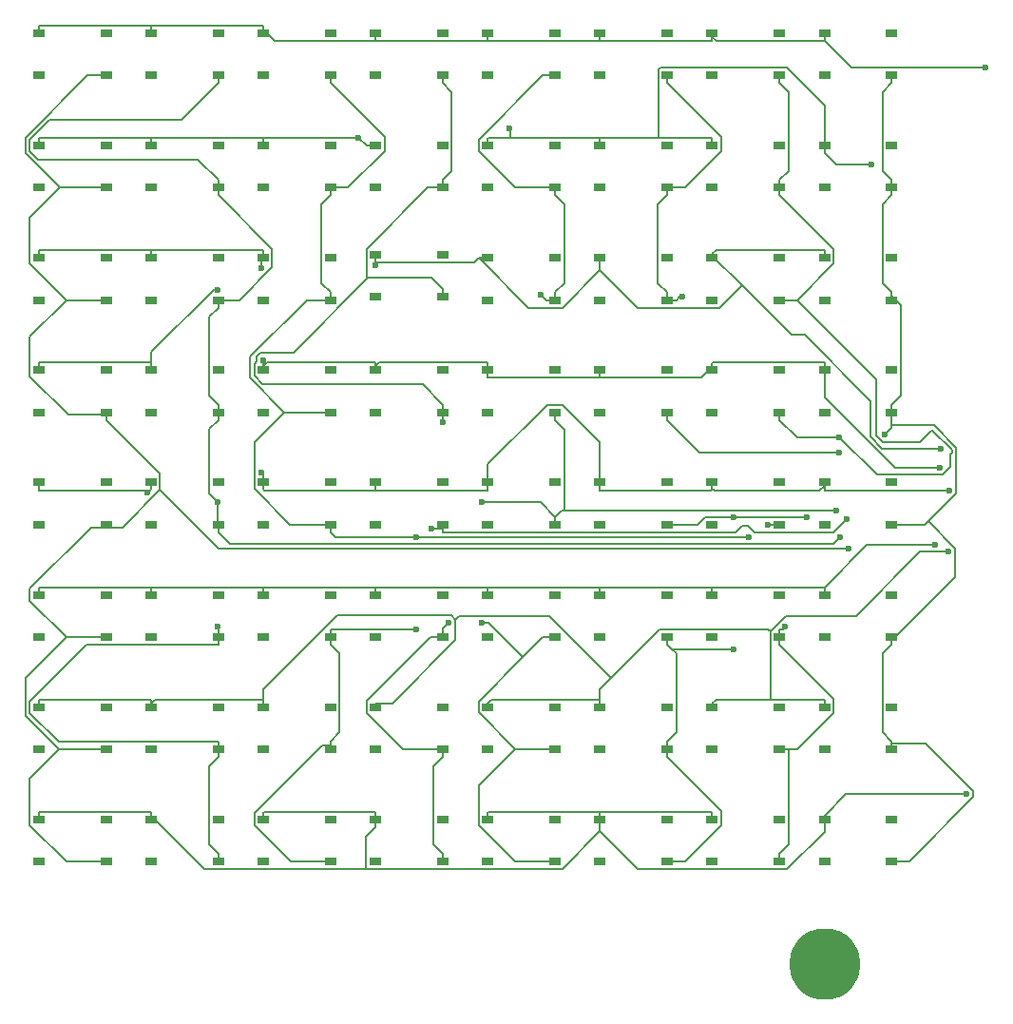
<source format=gbr>
%TF.GenerationSoftware,KiCad,Pcbnew,8.0.6-8.0.6-0~ubuntu24.04.1*%
%TF.CreationDate,2024-10-27T19:43:51+03:00*%
%TF.ProjectId,PM-Keybard,504d2d4b-6579-4626-9172-642e6b696361,rev?*%
%TF.SameCoordinates,Original*%
%TF.FileFunction,Copper,L1,Top*%
%TF.FilePolarity,Positive*%
%FSLAX46Y46*%
G04 Gerber Fmt 4.6, Leading zero omitted, Abs format (unit mm)*
G04 Created by KiCad (PCBNEW 8.0.6-8.0.6-0~ubuntu24.04.1) date 2024-10-27 19:43:51*
%MOMM*%
%LPD*%
G01*
G04 APERTURE LIST*
%TA.AperFunction,SMDPad,CuDef*%
%ADD10R,0.990600X0.762000*%
%TD*%
%TA.AperFunction,ComponentPad*%
%ADD11O,6.350000X6.350000*%
%TD*%
%TA.AperFunction,ViaPad*%
%ADD12C,0.600000*%
%TD*%
%TA.AperFunction,Conductor*%
%ADD13C,0.200000*%
%TD*%
G04 APERTURE END LIST*
D10*
%TO.P,SW0.0,1,1*%
%TO.N,/R0*%
X-38000002Y36875000D03*
%TO.P,SW0.0,2,2*%
%TO.N,unconnected-(SW0.0-Pad2)*%
X-31999998Y36875000D03*
%TO.P,SW0.0,3,3*%
%TO.N,unconnected-(SW0.0-Pad3)*%
X-38000002Y33125000D03*
%TO.P,SW0.0,4,4*%
%TO.N,/C0*%
X-31999998Y33125000D03*
%TD*%
%TO.P,SW7.7,1,1*%
%TO.N,/R7*%
X31999998Y-33125000D03*
%TO.P,SW7.7,2,2*%
%TO.N,unconnected-(SW7.7-Pad2)*%
X38000002Y-33125000D03*
%TO.P,SW7.7,3,3*%
%TO.N,unconnected-(SW7.7-Pad3)*%
X31999998Y-36875000D03*
%TO.P,SW7.7,4,4*%
%TO.N,/C7*%
X38000002Y-36875000D03*
%TD*%
%TO.P,SW7.6,1,1*%
%TO.N,/R6*%
X31999998Y-23125000D03*
%TO.P,SW7.6,2,2*%
%TO.N,unconnected-(SW7.6-Pad2)*%
X38000002Y-23125000D03*
%TO.P,SW7.6,3,3*%
%TO.N,unconnected-(SW7.6-Pad3)*%
X31999998Y-26875000D03*
%TO.P,SW7.6,4,4*%
%TO.N,/C7*%
X38000002Y-26875000D03*
%TD*%
%TO.P,SW7.5,1,1*%
%TO.N,/R5*%
X31999998Y-13125000D03*
%TO.P,SW7.5,2,2*%
%TO.N,unconnected-(SW7.5-Pad2)*%
X38000002Y-13125000D03*
%TO.P,SW7.5,3,3*%
%TO.N,unconnected-(SW7.5-Pad3)*%
X31999998Y-16875000D03*
%TO.P,SW7.5,4,4*%
%TO.N,/C7*%
X38000002Y-16875000D03*
%TD*%
%TO.P,SW7.4,1,1*%
%TO.N,/R4*%
X31999998Y-3125000D03*
%TO.P,SW7.4,2,2*%
%TO.N,unconnected-(SW7.4-Pad2)*%
X38000002Y-3125000D03*
%TO.P,SW7.4,3,3*%
%TO.N,unconnected-(SW7.4-Pad3)*%
X31999998Y-6875000D03*
%TO.P,SW7.4,4,4*%
%TO.N,/C7*%
X38000002Y-6875000D03*
%TD*%
%TO.P,SW7.3,1,1*%
%TO.N,/R3*%
X31999998Y6875000D03*
%TO.P,SW7.3,2,2*%
%TO.N,unconnected-(SW7.3-Pad2)*%
X38000002Y6875000D03*
%TO.P,SW7.3,3,3*%
%TO.N,unconnected-(SW7.3-Pad3)*%
X31999998Y3125000D03*
%TO.P,SW7.3,4,4*%
%TO.N,/C7*%
X38000002Y3125000D03*
%TD*%
%TO.P,SW7.2,1,1*%
%TO.N,/R2*%
X31999998Y16875000D03*
%TO.P,SW7.2,2,2*%
%TO.N,unconnected-(SW7.2-Pad2)*%
X38000002Y16875000D03*
%TO.P,SW7.2,3,3*%
%TO.N,unconnected-(SW7.2-Pad3)*%
X31999998Y13125000D03*
%TO.P,SW7.2,4,4*%
%TO.N,/C7*%
X38000002Y13125000D03*
%TD*%
%TO.P,SW7.1,1,1*%
%TO.N,/R1*%
X31999998Y26875000D03*
%TO.P,SW7.1,2,2*%
%TO.N,unconnected-(SW7.1-Pad2)*%
X38000002Y26875000D03*
%TO.P,SW7.1,3,3*%
%TO.N,unconnected-(SW7.1-Pad3)*%
X31999998Y23125000D03*
%TO.P,SW7.1,4,4*%
%TO.N,/C7*%
X38000002Y23125000D03*
%TD*%
%TO.P,SW7.0,1,1*%
%TO.N,/R0*%
X31999998Y36875000D03*
%TO.P,SW7.0,2,2*%
%TO.N,unconnected-(SW7.0-Pad2)*%
X38000002Y36875000D03*
%TO.P,SW7.0,3,3*%
%TO.N,unconnected-(SW7.0-Pad3)*%
X31999998Y33125000D03*
%TO.P,SW7.0,4,4*%
%TO.N,/C7*%
X38000002Y33125000D03*
%TD*%
%TO.P,SW6.7,1,1*%
%TO.N,/R7*%
X21999998Y-33125000D03*
%TO.P,SW6.7,2,2*%
%TO.N,unconnected-(SW6.7-Pad2)*%
X28000002Y-33125000D03*
%TO.P,SW6.7,3,3*%
%TO.N,unconnected-(SW6.7-Pad3)*%
X21999998Y-36875000D03*
%TO.P,SW6.7,4,4*%
%TO.N,/C6*%
X28000002Y-36875000D03*
%TD*%
%TO.P,SW6.6,1,1*%
%TO.N,/R6*%
X21999998Y-23125000D03*
%TO.P,SW6.6,2,2*%
%TO.N,unconnected-(SW6.6-Pad2)*%
X28000002Y-23125000D03*
%TO.P,SW6.6,3,3*%
%TO.N,unconnected-(SW6.6-Pad3)*%
X21999998Y-26875000D03*
%TO.P,SW6.6,4,4*%
%TO.N,/C6*%
X28000002Y-26875000D03*
%TD*%
%TO.P,SW6.5,1,1*%
%TO.N,/R5*%
X21999998Y-13125000D03*
%TO.P,SW6.5,2,2*%
%TO.N,unconnected-(SW6.5-Pad2)*%
X28000002Y-13125000D03*
%TO.P,SW6.5,3,3*%
%TO.N,unconnected-(SW6.5-Pad3)*%
X21999998Y-16875000D03*
%TO.P,SW6.5,4,4*%
%TO.N,/C6*%
X28000002Y-16875000D03*
%TD*%
%TO.P,SW6.4,1,1*%
%TO.N,/R4*%
X21999998Y-3125000D03*
%TO.P,SW6.4,2,2*%
%TO.N,unconnected-(SW6.4-Pad2)*%
X28000002Y-3125000D03*
%TO.P,SW6.4,3,3*%
%TO.N,unconnected-(SW6.4-Pad3)*%
X21999998Y-6875000D03*
%TO.P,SW6.4,4,4*%
%TO.N,/C6*%
X28000002Y-6875000D03*
%TD*%
%TO.P,SW6.3,1,1*%
%TO.N,/R3*%
X21999998Y6875000D03*
%TO.P,SW6.3,2,2*%
%TO.N,unconnected-(SW6.3-Pad2)*%
X28000002Y6875000D03*
%TO.P,SW6.3,3,3*%
%TO.N,unconnected-(SW6.3-Pad3)*%
X21999998Y3125000D03*
%TO.P,SW6.3,4,4*%
%TO.N,/C6*%
X28000002Y3125000D03*
%TD*%
%TO.P,SW6.2,1,1*%
%TO.N,/R2*%
X21999998Y16875000D03*
%TO.P,SW6.2,2,2*%
%TO.N,unconnected-(SW6.2-Pad2)*%
X28000002Y16875000D03*
%TO.P,SW6.2,3,3*%
%TO.N,unconnected-(SW6.2-Pad3)*%
X21999998Y13125000D03*
%TO.P,SW6.2,4,4*%
%TO.N,/C6*%
X28000002Y13125000D03*
%TD*%
%TO.P,SW6.1,1,1*%
%TO.N,/R1*%
X21999998Y26875000D03*
%TO.P,SW6.1,2,2*%
%TO.N,unconnected-(SW6.1-Pad2)*%
X28000002Y26875000D03*
%TO.P,SW6.1,3,3*%
%TO.N,unconnected-(SW6.1-Pad3)*%
X21999998Y23125000D03*
%TO.P,SW6.1,4,4*%
%TO.N,/C6*%
X28000002Y23125000D03*
%TD*%
%TO.P,SW6.0,1,1*%
%TO.N,/R0*%
X21999998Y36875000D03*
%TO.P,SW6.0,2,2*%
%TO.N,unconnected-(SW6.0-Pad2)*%
X28000002Y36875000D03*
%TO.P,SW6.0,3,3*%
%TO.N,unconnected-(SW6.0-Pad3)*%
X21999998Y33125000D03*
%TO.P,SW6.0,4,4*%
%TO.N,/C6*%
X28000002Y33125000D03*
%TD*%
%TO.P,SW5.7,1,1*%
%TO.N,/R7*%
X11999998Y-33125000D03*
%TO.P,SW5.7,2,2*%
%TO.N,unconnected-(SW5.7-Pad2)*%
X18000002Y-33125000D03*
%TO.P,SW5.7,3,3*%
%TO.N,unconnected-(SW5.7-Pad3)*%
X11999998Y-36875000D03*
%TO.P,SW5.7,4,4*%
%TO.N,/C5*%
X18000002Y-36875000D03*
%TD*%
%TO.P,SW5.6,1,1*%
%TO.N,/R6*%
X11999998Y-23125000D03*
%TO.P,SW5.6,2,2*%
%TO.N,unconnected-(SW5.6-Pad2)*%
X18000002Y-23125000D03*
%TO.P,SW5.6,3,3*%
%TO.N,unconnected-(SW5.6-Pad3)*%
X11999998Y-26875000D03*
%TO.P,SW5.6,4,4*%
%TO.N,/C5*%
X18000002Y-26875000D03*
%TD*%
%TO.P,SW5.5,1,1*%
%TO.N,/R5*%
X11999998Y-13125000D03*
%TO.P,SW5.5,2,2*%
%TO.N,unconnected-(SW5.5-Pad2)*%
X18000002Y-13125000D03*
%TO.P,SW5.5,3,3*%
%TO.N,unconnected-(SW5.5-Pad3)*%
X11999998Y-16875000D03*
%TO.P,SW5.5,4,4*%
%TO.N,/C5*%
X18000002Y-16875000D03*
%TD*%
%TO.P,SW5.4,1,1*%
%TO.N,/R4*%
X11999998Y-3125000D03*
%TO.P,SW5.4,2,2*%
%TO.N,unconnected-(SW5.4-Pad2)*%
X18000002Y-3125000D03*
%TO.P,SW5.4,3,3*%
%TO.N,unconnected-(SW5.4-Pad3)*%
X11999998Y-6875000D03*
%TO.P,SW5.4,4,4*%
%TO.N,/C5*%
X18000002Y-6875000D03*
%TD*%
%TO.P,SW5.3,1,1*%
%TO.N,/R3*%
X11999998Y6875000D03*
%TO.P,SW5.3,2,2*%
%TO.N,unconnected-(SW5.3-Pad2)*%
X18000002Y6875000D03*
%TO.P,SW5.3,3,3*%
%TO.N,unconnected-(SW5.3-Pad3)*%
X11999998Y3125000D03*
%TO.P,SW5.3,4,4*%
%TO.N,/C5*%
X18000002Y3125000D03*
%TD*%
%TO.P,SW5.2,1,1*%
%TO.N,/R2*%
X11999998Y16875000D03*
%TO.P,SW5.2,2,2*%
%TO.N,unconnected-(SW5.2-Pad2)*%
X18000002Y16875000D03*
%TO.P,SW5.2,3,3*%
%TO.N,unconnected-(SW5.2-Pad3)*%
X11999998Y13125000D03*
%TO.P,SW5.2,4,4*%
%TO.N,/C5*%
X18000002Y13125000D03*
%TD*%
%TO.P,SW5.1,1,1*%
%TO.N,/R1*%
X11999998Y26875000D03*
%TO.P,SW5.1,2,2*%
%TO.N,unconnected-(SW5.1-Pad2)*%
X18000002Y26875000D03*
%TO.P,SW5.1,3,3*%
%TO.N,unconnected-(SW5.1-Pad3)*%
X11999998Y23125000D03*
%TO.P,SW5.1,4,4*%
%TO.N,/C5*%
X18000002Y23125000D03*
%TD*%
%TO.P,SW5.0,1,1*%
%TO.N,/R0*%
X11999998Y36875000D03*
%TO.P,SW5.0,2,2*%
%TO.N,unconnected-(SW5.0-Pad2)*%
X18000002Y36875000D03*
%TO.P,SW5.0,3,3*%
%TO.N,unconnected-(SW5.0-Pad3)*%
X11999998Y33125000D03*
%TO.P,SW5.0,4,4*%
%TO.N,/C5*%
X18000002Y33125000D03*
%TD*%
%TO.P,SW4.7,1,1*%
%TO.N,/R7*%
X1999998Y-33125000D03*
%TO.P,SW4.7,2,2*%
%TO.N,unconnected-(SW4.7-Pad2)*%
X8000002Y-33125000D03*
%TO.P,SW4.7,3,3*%
%TO.N,unconnected-(SW4.7-Pad3)*%
X1999998Y-36875000D03*
%TO.P,SW4.7,4,4*%
%TO.N,/C4*%
X8000002Y-36875000D03*
%TD*%
%TO.P,SW4.6,1,1*%
%TO.N,/R6*%
X1999998Y-23125000D03*
%TO.P,SW4.6,2,2*%
%TO.N,unconnected-(SW4.6-Pad2)*%
X8000002Y-23125000D03*
%TO.P,SW4.6,3,3*%
%TO.N,unconnected-(SW4.6-Pad3)*%
X1999998Y-26875000D03*
%TO.P,SW4.6,4,4*%
%TO.N,/C4*%
X8000002Y-26875000D03*
%TD*%
%TO.P,SW4.5,1,1*%
%TO.N,/R5*%
X1999998Y-13125000D03*
%TO.P,SW4.5,2,2*%
%TO.N,unconnected-(SW4.5-Pad2)*%
X8000002Y-13125000D03*
%TO.P,SW4.5,3,3*%
%TO.N,unconnected-(SW4.5-Pad3)*%
X1999998Y-16875000D03*
%TO.P,SW4.5,4,4*%
%TO.N,/C4*%
X8000002Y-16875000D03*
%TD*%
%TO.P,SW4.4,1,1*%
%TO.N,/R4*%
X1999998Y-3125000D03*
%TO.P,SW4.4,2,2*%
%TO.N,unconnected-(SW4.4-Pad2)*%
X8000002Y-3125000D03*
%TO.P,SW4.4,3,3*%
%TO.N,unconnected-(SW4.4-Pad3)*%
X1999998Y-6875000D03*
%TO.P,SW4.4,4,4*%
%TO.N,/C4*%
X8000002Y-6875000D03*
%TD*%
%TO.P,SW4.3,1,1*%
%TO.N,/R3*%
X1999998Y6875000D03*
%TO.P,SW4.3,2,2*%
%TO.N,unconnected-(SW4.3-Pad2)*%
X8000002Y6875000D03*
%TO.P,SW4.3,3,3*%
%TO.N,unconnected-(SW4.3-Pad3)*%
X1999998Y3125000D03*
%TO.P,SW4.3,4,4*%
%TO.N,/C4*%
X8000002Y3125000D03*
%TD*%
%TO.P,SW4.2,1,1*%
%TO.N,/R2*%
X1999998Y16875000D03*
%TO.P,SW4.2,2,2*%
%TO.N,unconnected-(SW4.2-Pad2)*%
X8000002Y16875000D03*
%TO.P,SW4.2,3,3*%
%TO.N,unconnected-(SW4.2-Pad3)*%
X1999998Y13125000D03*
%TO.P,SW4.2,4,4*%
%TO.N,/C4*%
X8000002Y13125000D03*
%TD*%
%TO.P,SW4.1,1,1*%
%TO.N,/R1*%
X1999998Y26875000D03*
%TO.P,SW4.1,2,2*%
%TO.N,unconnected-(SW4.1-Pad2)*%
X8000002Y26875000D03*
%TO.P,SW4.1,3,3*%
%TO.N,unconnected-(SW4.1-Pad3)*%
X1999998Y23125000D03*
%TO.P,SW4.1,4,4*%
%TO.N,/C4*%
X8000002Y23125000D03*
%TD*%
%TO.P,SW4.0,1,1*%
%TO.N,/R0*%
X1999998Y36875000D03*
%TO.P,SW4.0,2,2*%
%TO.N,unconnected-(SW4.0-Pad2)*%
X8000002Y36875000D03*
%TO.P,SW4.0,3,3*%
%TO.N,unconnected-(SW4.0-Pad3)*%
X1999998Y33125000D03*
%TO.P,SW4.0,4,4*%
%TO.N,/C4*%
X8000002Y33125000D03*
%TD*%
%TO.P,SW3.7,1,1*%
%TO.N,/R7*%
X-8000002Y-33125000D03*
%TO.P,SW3.7,2,2*%
%TO.N,unconnected-(SW3.7-Pad2)*%
X-1999998Y-33125000D03*
%TO.P,SW3.7,3,3*%
%TO.N,unconnected-(SW3.7-Pad3)*%
X-8000002Y-36875000D03*
%TO.P,SW3.7,4,4*%
%TO.N,/C3*%
X-1999998Y-36875000D03*
%TD*%
%TO.P,SW3.6,1,1*%
%TO.N,/R6*%
X-8000002Y-23125000D03*
%TO.P,SW3.6,2,2*%
%TO.N,unconnected-(SW3.6-Pad2)*%
X-1999998Y-23125000D03*
%TO.P,SW3.6,3,3*%
%TO.N,unconnected-(SW3.6-Pad3)*%
X-8000002Y-26875000D03*
%TO.P,SW3.6,4,4*%
%TO.N,/C3*%
X-1999998Y-26875000D03*
%TD*%
%TO.P,SW3.5,1,1*%
%TO.N,/R5*%
X-8000002Y-13125000D03*
%TO.P,SW3.5,2,2*%
%TO.N,unconnected-(SW3.5-Pad2)*%
X-1999998Y-13125000D03*
%TO.P,SW3.5,3,3*%
%TO.N,unconnected-(SW3.5-Pad3)*%
X-8000002Y-16875000D03*
%TO.P,SW3.5,4,4*%
%TO.N,/C3*%
X-1999998Y-16875000D03*
%TD*%
%TO.P,SW3.4,1,1*%
%TO.N,/R4*%
X-8000002Y-3125000D03*
%TO.P,SW3.4,2,2*%
%TO.N,unconnected-(SW3.4-Pad2)*%
X-1999998Y-3125000D03*
%TO.P,SW3.4,3,3*%
%TO.N,unconnected-(SW3.4-Pad3)*%
X-8000002Y-6875000D03*
%TO.P,SW3.4,4,4*%
%TO.N,/C3*%
X-1999998Y-6875000D03*
%TD*%
%TO.P,SW3.3,1,1*%
%TO.N,/R3*%
X-8000002Y6875000D03*
%TO.P,SW3.3,2,2*%
%TO.N,unconnected-(SW3.3-Pad2)*%
X-1999998Y6875000D03*
%TO.P,SW3.3,3,3*%
%TO.N,unconnected-(SW3.3-Pad3)*%
X-8000002Y3125000D03*
%TO.P,SW3.3,4,4*%
%TO.N,/C3*%
X-1999998Y3125000D03*
%TD*%
%TO.P,SW3.2,1,1*%
%TO.N,/R2*%
X-8000002Y17149600D03*
%TO.P,SW3.2,2,2*%
%TO.N,unconnected-(SW3.2-Pad2)*%
X-1999998Y17149600D03*
%TO.P,SW3.2,3,3*%
%TO.N,unconnected-(SW3.2-Pad3)*%
X-8000002Y13399600D03*
%TO.P,SW3.2,4,4*%
%TO.N,/C3*%
X-1999998Y13399600D03*
%TD*%
%TO.P,SW3.1,1,1*%
%TO.N,/R1*%
X-8000002Y26875000D03*
%TO.P,SW3.1,2,2*%
%TO.N,unconnected-(SW3.1-Pad2)*%
X-1999998Y26875000D03*
%TO.P,SW3.1,3,3*%
%TO.N,unconnected-(SW3.1-Pad3)*%
X-8000002Y23125000D03*
%TO.P,SW3.1,4,4*%
%TO.N,/C3*%
X-1999998Y23125000D03*
%TD*%
%TO.P,SW3.0,1,1*%
%TO.N,/R0*%
X-8000002Y36875000D03*
%TO.P,SW3.0,2,2*%
%TO.N,unconnected-(SW3.0-Pad2)*%
X-1999998Y36875000D03*
%TO.P,SW3.0,3,3*%
%TO.N,unconnected-(SW3.0-Pad3)*%
X-8000002Y33125000D03*
%TO.P,SW3.0,4,4*%
%TO.N,/C3*%
X-1999998Y33125000D03*
%TD*%
%TO.P,SW2.7,1,1*%
%TO.N,/R7*%
X-18000002Y-33125000D03*
%TO.P,SW2.7,2,2*%
%TO.N,unconnected-(SW2.7-Pad2)*%
X-11999998Y-33125000D03*
%TO.P,SW2.7,3,3*%
%TO.N,unconnected-(SW2.7-Pad3)*%
X-18000002Y-36875000D03*
%TO.P,SW2.7,4,4*%
%TO.N,/C2*%
X-11999998Y-36875000D03*
%TD*%
%TO.P,SW2.6,1,1*%
%TO.N,/R6*%
X-18000002Y-23125000D03*
%TO.P,SW2.6,2,2*%
%TO.N,unconnected-(SW2.6-Pad2)*%
X-11999998Y-23125000D03*
%TO.P,SW2.6,3,3*%
%TO.N,unconnected-(SW2.6-Pad3)*%
X-18000002Y-26875000D03*
%TO.P,SW2.6,4,4*%
%TO.N,/C2*%
X-11999998Y-26875000D03*
%TD*%
%TO.P,SW2.5,1,1*%
%TO.N,/R5*%
X-18000002Y-13125000D03*
%TO.P,SW2.5,2,2*%
%TO.N,unconnected-(SW2.5-Pad2)*%
X-11999998Y-13125000D03*
%TO.P,SW2.5,3,3*%
%TO.N,unconnected-(SW2.5-Pad3)*%
X-18000002Y-16875000D03*
%TO.P,SW2.5,4,4*%
%TO.N,/C2*%
X-11999998Y-16875000D03*
%TD*%
%TO.P,SW2.4,1,1*%
%TO.N,/R4*%
X-18000002Y-3125000D03*
%TO.P,SW2.4,2,2*%
%TO.N,unconnected-(SW2.4-Pad2)*%
X-11999998Y-3125000D03*
%TO.P,SW2.4,3,3*%
%TO.N,unconnected-(SW2.4-Pad3)*%
X-18000002Y-6875000D03*
%TO.P,SW2.4,4,4*%
%TO.N,/C2*%
X-11999998Y-6875000D03*
%TD*%
%TO.P,SW2.3,1,1*%
%TO.N,/R3*%
X-18000002Y6875000D03*
%TO.P,SW2.3,2,2*%
%TO.N,unconnected-(SW2.3-Pad2)*%
X-11999998Y6875000D03*
%TO.P,SW2.3,3,3*%
%TO.N,unconnected-(SW2.3-Pad3)*%
X-18000002Y3125000D03*
%TO.P,SW2.3,4,4*%
%TO.N,/C2*%
X-11999998Y3125000D03*
%TD*%
%TO.P,SW2.2,1,1*%
%TO.N,/R2*%
X-18000002Y16875000D03*
%TO.P,SW2.2,2,2*%
%TO.N,unconnected-(SW2.2-Pad2)*%
X-11999998Y16875000D03*
%TO.P,SW2.2,3,3*%
%TO.N,unconnected-(SW2.2-Pad3)*%
X-18000002Y13125000D03*
%TO.P,SW2.2,4,4*%
%TO.N,/C2*%
X-11999998Y13125000D03*
%TD*%
%TO.P,SW2.1,1,1*%
%TO.N,/R1*%
X-18000002Y26875000D03*
%TO.P,SW2.1,2,2*%
%TO.N,unconnected-(SW2.1-Pad2)*%
X-11999998Y26875000D03*
%TO.P,SW2.1,3,3*%
%TO.N,unconnected-(SW2.1-Pad3)*%
X-18000002Y23125000D03*
%TO.P,SW2.1,4,4*%
%TO.N,/C2*%
X-11999998Y23125000D03*
%TD*%
%TO.P,SW2.0,1,1*%
%TO.N,/R0*%
X-18000002Y36875000D03*
%TO.P,SW2.0,2,2*%
%TO.N,unconnected-(SW2.0-Pad2)*%
X-11999998Y36875000D03*
%TO.P,SW2.0,3,3*%
%TO.N,unconnected-(SW2.0-Pad3)*%
X-18000002Y33125000D03*
%TO.P,SW2.0,4,4*%
%TO.N,/C2*%
X-11999998Y33125000D03*
%TD*%
%TO.P,SW1.7,1,1*%
%TO.N,/R7*%
X-28000002Y-33125000D03*
%TO.P,SW1.7,2,2*%
%TO.N,unconnected-(SW1.7-Pad2)*%
X-21999998Y-33125000D03*
%TO.P,SW1.7,3,3*%
%TO.N,unconnected-(SW1.7-Pad3)*%
X-28000002Y-36875000D03*
%TO.P,SW1.7,4,4*%
%TO.N,/C1*%
X-21999998Y-36875000D03*
%TD*%
%TO.P,SW1.6,1,1*%
%TO.N,/R6*%
X-28000002Y-23125000D03*
%TO.P,SW1.6,2,2*%
%TO.N,unconnected-(SW1.6-Pad2)*%
X-21999998Y-23125000D03*
%TO.P,SW1.6,3,3*%
%TO.N,unconnected-(SW1.6-Pad3)*%
X-28000002Y-26875000D03*
%TO.P,SW1.6,4,4*%
%TO.N,/C1*%
X-21999998Y-26875000D03*
%TD*%
%TO.P,SW1.5,1,1*%
%TO.N,/R5*%
X-28000002Y-13125000D03*
%TO.P,SW1.5,2,2*%
%TO.N,unconnected-(SW1.5-Pad2)*%
X-21999998Y-13125000D03*
%TO.P,SW1.5,3,3*%
%TO.N,unconnected-(SW1.5-Pad3)*%
X-28000002Y-16875000D03*
%TO.P,SW1.5,4,4*%
%TO.N,/C1*%
X-21999998Y-16875000D03*
%TD*%
%TO.P,SW1.4,1,1*%
%TO.N,/R4*%
X-28000002Y-3125000D03*
%TO.P,SW1.4,2,2*%
%TO.N,unconnected-(SW1.4-Pad2)*%
X-21999998Y-3125000D03*
%TO.P,SW1.4,3,3*%
%TO.N,unconnected-(SW1.4-Pad3)*%
X-28000002Y-6875000D03*
%TO.P,SW1.4,4,4*%
%TO.N,/C1*%
X-21999998Y-6875000D03*
%TD*%
%TO.P,SW1.3,1,1*%
%TO.N,/R3*%
X-28000002Y6875000D03*
%TO.P,SW1.3,2,2*%
%TO.N,unconnected-(SW1.3-Pad2)*%
X-21999998Y6875000D03*
%TO.P,SW1.3,3,3*%
%TO.N,unconnected-(SW1.3-Pad3)*%
X-28000002Y3125000D03*
%TO.P,SW1.3,4,4*%
%TO.N,/C1*%
X-21999998Y3125000D03*
%TD*%
%TO.P,SW1.2,1,1*%
%TO.N,/R2*%
X-28000002Y16875000D03*
%TO.P,SW1.2,2,2*%
%TO.N,unconnected-(SW1.2-Pad2)*%
X-21999998Y16875000D03*
%TO.P,SW1.2,3,3*%
%TO.N,unconnected-(SW1.2-Pad3)*%
X-28000002Y13125000D03*
%TO.P,SW1.2,4,4*%
%TO.N,/C1*%
X-21999998Y13125000D03*
%TD*%
%TO.P,SW1.1,1,1*%
%TO.N,/R1*%
X-28000002Y26875000D03*
%TO.P,SW1.1,2,2*%
%TO.N,unconnected-(SW1.1-Pad2)*%
X-21999998Y26875000D03*
%TO.P,SW1.1,3,3*%
%TO.N,unconnected-(SW1.1-Pad3)*%
X-28000002Y23125000D03*
%TO.P,SW1.1,4,4*%
%TO.N,/C1*%
X-21999998Y23125000D03*
%TD*%
%TO.P,SW1.0,1,1*%
%TO.N,/R0*%
X-28000002Y36875000D03*
%TO.P,SW1.0,2,2*%
%TO.N,unconnected-(SW1.0-Pad2)*%
X-21999998Y36875000D03*
%TO.P,SW1.0,3,3*%
%TO.N,unconnected-(SW1.0-Pad3)*%
X-28000002Y33125000D03*
%TO.P,SW1.0,4,4*%
%TO.N,/C1*%
X-21999998Y33125000D03*
%TD*%
%TO.P,SW0.7,1,1*%
%TO.N,/R7*%
X-38000002Y-33125000D03*
%TO.P,SW0.7,2,2*%
%TO.N,unconnected-(SW0.7-Pad2)*%
X-31999998Y-33125000D03*
%TO.P,SW0.7,3,3*%
%TO.N,unconnected-(SW0.7-Pad3)*%
X-38000002Y-36875000D03*
%TO.P,SW0.7,4,4*%
%TO.N,/C0*%
X-31999998Y-36875000D03*
%TD*%
%TO.P,SW0.6,1,1*%
%TO.N,/R6*%
X-38000002Y-23125000D03*
%TO.P,SW0.6,2,2*%
%TO.N,unconnected-(SW0.6-Pad2)*%
X-31999998Y-23125000D03*
%TO.P,SW0.6,3,3*%
%TO.N,unconnected-(SW0.6-Pad3)*%
X-38000002Y-26875000D03*
%TO.P,SW0.6,4,4*%
%TO.N,/C0*%
X-31999998Y-26875000D03*
%TD*%
%TO.P,SW0.5,1,1*%
%TO.N,/R5*%
X-38000002Y-13125000D03*
%TO.P,SW0.5,2,2*%
%TO.N,unconnected-(SW0.5-Pad2)*%
X-31999998Y-13125000D03*
%TO.P,SW0.5,3,3*%
%TO.N,unconnected-(SW0.5-Pad3)*%
X-38000002Y-16875000D03*
%TO.P,SW0.5,4,4*%
%TO.N,/C0*%
X-31999998Y-16875000D03*
%TD*%
%TO.P,SW0.4,1,1*%
%TO.N,/R4*%
X-38000002Y-3125000D03*
%TO.P,SW0.4,2,2*%
%TO.N,unconnected-(SW0.4-Pad2)*%
X-31999998Y-3125000D03*
%TO.P,SW0.4,3,3*%
%TO.N,unconnected-(SW0.4-Pad3)*%
X-38000002Y-6875000D03*
%TO.P,SW0.4,4,4*%
%TO.N,/C0*%
X-31999998Y-6875000D03*
%TD*%
%TO.P,SW0.3,1,1*%
%TO.N,/R3*%
X-38000002Y6875000D03*
%TO.P,SW0.3,2,2*%
%TO.N,unconnected-(SW0.3-Pad2)*%
X-31999998Y6875000D03*
%TO.P,SW0.3,3,3*%
%TO.N,unconnected-(SW0.3-Pad3)*%
X-38000002Y3125000D03*
%TO.P,SW0.3,4,4*%
%TO.N,/C0*%
X-31999998Y3125000D03*
%TD*%
%TO.P,SW0.2,1,1*%
%TO.N,/R2*%
X-38000002Y16875000D03*
%TO.P,SW0.2,2,2*%
%TO.N,unconnected-(SW0.2-Pad2)*%
X-31999998Y16875000D03*
%TO.P,SW0.2,3,3*%
%TO.N,unconnected-(SW0.2-Pad3)*%
X-38000002Y13125000D03*
%TO.P,SW0.2,4,4*%
%TO.N,/C0*%
X-31999998Y13125000D03*
%TD*%
%TO.P,SW0.1,1,1*%
%TO.N,/R1*%
X-38000002Y26875000D03*
%TO.P,SW0.1,2,2*%
%TO.N,unconnected-(SW0.1-Pad2)*%
X-31999998Y26875000D03*
%TO.P,SW0.1,3,3*%
%TO.N,unconnected-(SW0.1-Pad3)*%
X-38000002Y23125000D03*
%TO.P,SW0.1,4,4*%
%TO.N,/C0*%
X-31999998Y23125000D03*
%TD*%
D11*
%TO.P,PE1,1*%
%TO.N,unconnected-(PE1-Pad1)*%
X32000000Y-46000000D03*
%TD*%
D12*
%TO.N,/R0*%
X46383700Y33824200D03*
%TO.N,/C0*%
X34168900Y-9034800D03*
%TO.N,/R1*%
X3900000Y28400000D03*
X36198900Y25160200D03*
X-9500000Y27600000D03*
%TO.N,/R2*%
X-8050400Y16229500D03*
X42400800Y-94500D03*
X-18177100Y15988900D03*
%TO.N,/R3*%
X-22058600Y14040800D03*
X42266000Y-1800200D03*
X-18000200Y7757800D03*
%TO.N,/R4*%
X-28289800Y-4008800D03*
X43095500Y-3807700D03*
X-18171900Y-2231300D03*
%TO.N,/R5*%
X41862500Y-8655200D03*
%TO.N,/R6*%
X43019500Y-9289200D03*
%TO.N,/R7*%
X44650000Y-30882200D03*
%TO.N,/C1*%
X-22058600Y-15951400D03*
X33422500Y-7959400D03*
X-22058600Y-4891800D03*
%TO.N,/C2*%
X-4411400Y-16192300D03*
X-4411400Y-7959400D03*
X25264800Y-7959400D03*
%TO.N,/C3*%
X-3000600Y-7216300D03*
X-2000000Y2226200D03*
X-1471800Y-15599800D03*
X34017000Y-6350000D03*
%TO.N,/C4*%
X33022600Y-5624300D03*
X6693800Y13624400D03*
X1471000Y-15601400D03*
X1471000Y-4894800D03*
%TO.N,/C5*%
X23897900Y-6241900D03*
X30458600Y-6253100D03*
X23897900Y-17956200D03*
X33310900Y-451600D03*
X19356700Y13439000D03*
%TO.N,/C6*%
X28509300Y-15963800D03*
X33339000Y902700D03*
X26988000Y-6875000D03*
%TO.N,/C7*%
X37389800Y1160000D03*
%TD*%
D13*
%TO.N,/R0*%
X-7998500Y36192300D02*
X2000000Y36192300D01*
X34368100Y33824200D02*
X46383700Y33824200D01*
X2000000Y36193800D02*
X2000000Y36192300D01*
X2000000Y36193800D02*
X2001500Y36192300D01*
X-18000000Y37216400D02*
X-16975900Y36192300D01*
X2000000Y36875000D02*
X2000000Y36293200D01*
X-28000000Y37456900D02*
X-28000000Y37556200D01*
X-38000000Y37557700D02*
X-28000000Y37557700D01*
X12000000Y36193800D02*
X12001500Y36192300D01*
X32000000Y36875000D02*
X32000000Y36192300D01*
X-28000000Y36875000D02*
X-28000000Y37456900D01*
X2001500Y36192300D02*
X12000000Y36192300D01*
X12000000Y36875000D02*
X12000000Y36293200D01*
X-8000000Y36193800D02*
X-7998500Y36192300D01*
X22341400Y36192300D02*
X32000000Y36192300D01*
X-18000000Y36875000D02*
X-18000000Y37216400D01*
X12000000Y36293200D02*
X12000000Y36193800D01*
X12000000Y36193800D02*
X12000000Y36192300D01*
X22000000Y36533700D02*
X22341400Y36192300D01*
X-8000000Y36193800D02*
X-8000000Y36192300D01*
X32000000Y36192300D02*
X34368100Y33824200D01*
X22000000Y36875000D02*
X22000000Y36533700D01*
X-28000000Y37556200D02*
X-27998500Y37557700D01*
X-28000000Y37556200D02*
X-28000000Y37557700D01*
X12001500Y36192300D02*
X22000000Y36192300D01*
X22000000Y36533700D02*
X22000000Y36192300D01*
X-27998500Y37557700D02*
X-18000000Y37557700D01*
X-38000000Y36875000D02*
X-38000000Y37557700D01*
X-8000000Y36293200D02*
X-8000000Y36193800D01*
X-8000000Y36875000D02*
X-8000000Y36293200D01*
X2000000Y36293200D02*
X2000000Y36193800D01*
X-18000000Y37216400D02*
X-18000000Y37557700D01*
X-16975900Y36192300D02*
X-8000000Y36192300D01*
%TO.N,/C0*%
X-38797000Y-29474800D02*
X-36197200Y-26875000D01*
X-32000000Y-16875000D02*
X-35564100Y-16875000D01*
X-35564100Y13125000D02*
X-32000000Y13125000D01*
X-35564100Y-16875000D02*
X-39198700Y-20509600D01*
X-39205000Y27545600D02*
X-39205000Y26207300D01*
X-36122700Y23125000D02*
X-38797000Y20450700D01*
X-33625600Y33125000D02*
X-39205000Y27545600D01*
X-38797000Y20450700D02*
X-38797000Y16357900D01*
X-38797000Y6292800D02*
X-38797000Y9892100D01*
X-36197200Y-26875000D02*
X-32000000Y-26875000D01*
X-38797000Y-33642100D02*
X-38797000Y-29474800D01*
X-32000000Y33125000D02*
X-33625600Y33125000D01*
X-39205000Y26207300D02*
X-36122700Y23125000D01*
X-32000000Y-6875000D02*
X-32000000Y-7115500D01*
X-32000000Y-36875000D02*
X-35564100Y-36875000D01*
X-27203000Y-3777100D02*
X-21945300Y-9034800D01*
X-27203000Y-2354700D02*
X-32000000Y2442300D01*
X-36122700Y23125000D02*
X-32000000Y23125000D01*
X-27203000Y-3777100D02*
X-27203000Y-2354700D01*
X-33318700Y-7115500D02*
X-32000000Y-7115500D01*
X-35564100Y-16875000D02*
X-38797000Y-13642100D01*
X-39198700Y-23873500D02*
X-36197200Y-26875000D01*
X-27203000Y-3777100D02*
X-30541400Y-7115500D01*
X-32000000Y2884500D02*
X-35388700Y2884500D01*
X-38797000Y9892100D02*
X-35564100Y13125000D01*
X-35388700Y2884500D02*
X-38797000Y6292800D01*
X-30541400Y-7115500D02*
X-32000000Y-7115500D01*
X-38797000Y16357900D02*
X-35564100Y13125000D01*
X-35564100Y-36875000D02*
X-38797000Y-33642100D01*
X-38797000Y-13642100D02*
X-38797000Y-12593800D01*
X-32000000Y3125000D02*
X-32000000Y2884500D01*
X-38797000Y-12593800D02*
X-33318700Y-7115500D01*
X-39198700Y-20509600D02*
X-39198700Y-23873500D01*
X-21945300Y-9034800D02*
X34168900Y-9034800D01*
X-32000000Y2884500D02*
X-32000000Y2442300D01*
%TO.N,/R1*%
X12000000Y26875000D02*
X12000000Y27456900D01*
X-9500000Y27600000D02*
X-9542300Y27557700D01*
X36198900Y25160200D02*
X33032100Y25160200D01*
X-17998500Y27557700D02*
X-18000000Y27556200D01*
X28673900Y33807700D02*
X32000000Y30481600D01*
X2000000Y27456900D02*
X2100800Y27557700D01*
X12000000Y27556200D02*
X12001500Y27557700D01*
X17240900Y33675400D02*
X17285000Y33719500D01*
X-18000000Y27556200D02*
X-18000000Y27557700D01*
X-28000000Y27556200D02*
X-27998500Y27557700D01*
X-38000000Y26875000D02*
X-38000000Y27557700D01*
X17207900Y33642400D02*
X17218900Y33653400D01*
X4000000Y28300000D02*
X3900000Y28400000D01*
X22000000Y26875000D02*
X22000000Y27456900D01*
X2000000Y26875000D02*
X2000000Y27456900D01*
X17285000Y33719500D02*
X17373200Y33807700D01*
X32000000Y26533700D02*
X32000000Y26875000D01*
X-38000000Y27557700D02*
X-28000000Y27557700D01*
X4000000Y27557700D02*
X4000000Y28300000D01*
X17373200Y33807700D02*
X28673900Y33807700D01*
X-28000000Y27556200D02*
X-28000000Y27557700D01*
X-28000000Y27456900D02*
X-28000000Y27556200D01*
X17196800Y27557700D02*
X17196800Y33631300D01*
X12000000Y27456900D02*
X12000000Y27556200D01*
X2100800Y27557700D02*
X4000000Y27557700D01*
X17199600Y33634100D02*
X17202400Y33636900D01*
X32000000Y26533700D02*
X32000000Y26192300D01*
X17198200Y33632700D02*
X17199600Y33634100D01*
X17197000Y33631500D02*
X17197200Y33631700D01*
X-18000000Y27456900D02*
X-18000000Y27556200D01*
X12000000Y27556200D02*
X12000000Y27557700D01*
X17197200Y33631700D02*
X17197500Y33632000D01*
X17196900Y33631400D02*
X17197000Y33631500D01*
X17196800Y27557700D02*
X22000000Y27557700D01*
X4000000Y27557700D02*
X12000000Y27557700D01*
X-9542300Y27557700D02*
X-17998500Y27557700D01*
X17196800Y33631300D02*
X17196900Y33631400D01*
X-28000000Y26875000D02*
X-28000000Y27456900D01*
X22000000Y27556200D02*
X22000000Y27557700D01*
X32000000Y30481600D02*
X32000000Y26875000D01*
X22000000Y27456900D02*
X22000000Y27556200D01*
X-9500000Y27600000D02*
X-8775000Y26875000D01*
X-8775000Y26875000D02*
X-8000000Y26875000D01*
X33032100Y25160200D02*
X32000000Y26192300D01*
X17218900Y33653400D02*
X17240900Y33675400D01*
X12001500Y27557700D02*
X17196800Y27557700D01*
X17202400Y33636900D02*
X17207900Y33642400D01*
X17197500Y33632000D02*
X17198200Y33632700D01*
X-27998500Y27557700D02*
X-18000000Y27557700D01*
X-18000000Y26875000D02*
X-18000000Y27456900D01*
%TO.N,/R2*%
X-28000000Y16875000D02*
X-28000000Y17456900D01*
X12000000Y15766000D02*
X12000000Y16875000D01*
X1601500Y16875000D02*
X2000000Y16875000D01*
X36095500Y953400D02*
X36095500Y4139100D01*
X29045800Y10000000D02*
X25239600Y13806200D01*
X22000000Y17045700D02*
X22000000Y17216400D01*
X-28000000Y17556200D02*
X-28000000Y17557700D01*
X22000000Y16875000D02*
X22000000Y17045700D01*
X-18000000Y17456900D02*
X-18000000Y17556200D01*
X-18000000Y17166000D02*
X-18000000Y17456900D01*
X30234600Y10000000D02*
X29045800Y10000000D01*
X36095500Y4139100D02*
X30234600Y10000000D01*
X24630900Y14414900D02*
X22658300Y12442300D01*
X25239600Y13806200D02*
X25239500Y13806200D01*
X794900Y16466900D02*
X-8000000Y16466900D01*
X1203000Y16875000D02*
X5635700Y12442300D01*
X25239500Y13806200D02*
X24630900Y14414900D01*
X1203000Y16875000D02*
X794900Y16466900D01*
X-38000000Y17557700D02*
X-28000000Y17557700D01*
X24630900Y14414900D02*
X22000000Y17045700D01*
X-18000000Y17556200D02*
X-18000000Y17557700D01*
X-8000000Y16466900D02*
X-8000000Y16279900D01*
X-8000000Y16279900D02*
X-8050400Y16229500D01*
X22341300Y17557700D02*
X32000000Y17557700D01*
X15323700Y12442300D02*
X12000000Y15766000D01*
X22658300Y12442300D02*
X15323700Y12442300D01*
X37143400Y-94500D02*
X36095500Y953400D01*
X-28000000Y17456900D02*
X-28000000Y17556200D01*
X32000000Y16875000D02*
X32000000Y17557700D01*
X-27998500Y17557700D02*
X-18000000Y17557700D01*
X42400800Y-94500D02*
X37143400Y-94500D01*
X-18000000Y16875000D02*
X-18000000Y17166000D01*
X5635700Y12442300D02*
X8676300Y12442300D01*
X-18177100Y16988900D02*
X-18177100Y15988900D01*
X8676300Y12442300D02*
X12000000Y15766000D01*
X-18000000Y17166000D02*
X-18177100Y16988900D01*
X-38000000Y16875000D02*
X-38000000Y17557700D01*
X1601500Y16875000D02*
X1203000Y16875000D01*
X-28000000Y17556200D02*
X-27998500Y17557700D01*
X-8000000Y17149600D02*
X-8000000Y16466900D01*
X22000000Y17216400D02*
X22341300Y17557700D01*
%TO.N,/R3*%
X2000000Y6875000D02*
X2000000Y7557700D01*
X-8000000Y6875000D02*
X-8000000Y7216400D01*
X22000000Y6875000D02*
X22000000Y7166000D01*
X-18000000Y7216400D02*
X-17658700Y7557700D01*
X-18000000Y6875000D02*
X-18000000Y7216400D01*
X-28000000Y6875000D02*
X-28000000Y7456900D01*
X-8000000Y7216400D02*
X-8000000Y7557700D01*
X22100800Y7557700D02*
X32000000Y7557700D01*
X-7658700Y7557700D02*
X2000000Y7557700D01*
X32000000Y7216400D02*
X32000000Y7557700D01*
X22000000Y7456900D02*
X22100800Y7557700D01*
X-18000000Y7757600D02*
X-18000200Y7757800D01*
X38276700Y-1800200D02*
X32000000Y4476500D01*
X12000000Y6533700D02*
X12000000Y6193800D01*
X2000000Y6875000D02*
X2000000Y6192300D01*
X-8000000Y7216400D02*
X-7658700Y7557700D01*
X-17658700Y7557700D02*
X-8000000Y7557700D01*
X-18000000Y7216400D02*
X-18000000Y7757600D01*
X-22437400Y14040800D02*
X-22058600Y14040800D01*
X12000000Y6192300D02*
X2000000Y6192300D01*
X-28000000Y7556200D02*
X-28000000Y7557700D01*
X22000000Y7166000D02*
X21026300Y6192300D01*
X22000000Y7166000D02*
X22000000Y7456900D01*
X-28000000Y8478200D02*
X-22437400Y14040800D01*
X21026300Y6192300D02*
X12001500Y6192300D01*
X12001500Y6192300D02*
X12000000Y6193800D01*
X-38000000Y7557700D02*
X-28000000Y7557700D01*
X12000000Y6533700D02*
X12000000Y6875000D01*
X-28000000Y7557700D02*
X-28000000Y8478200D01*
X-38000000Y6875000D02*
X-38000000Y7557700D01*
X-28000000Y7456900D02*
X-28000000Y7556200D01*
X32000000Y7216400D02*
X32000000Y6875000D01*
X32000000Y4476500D02*
X32000000Y6875000D01*
X12000000Y6193800D02*
X12000000Y6192300D01*
X42266000Y-1800200D02*
X38276700Y-1800200D01*
%TO.N,/R4*%
X12000000Y486300D02*
X12000000Y-3125000D01*
X21899100Y-3807700D02*
X12000000Y-3807700D01*
X-18000000Y-3125000D02*
X-18000000Y-2403200D01*
X-38000000Y-3807700D02*
X-28289800Y-3807700D01*
X-18000000Y-2403200D02*
X-18171900Y-2231300D01*
X-28289800Y-3807700D02*
X-28289800Y-4008800D01*
X-8000000Y-3807700D02*
X-17899100Y-3807700D01*
X2000000Y-3466300D02*
X2000000Y-3807700D01*
X-17899100Y-3807700D02*
X-18000000Y-3706800D01*
X2000000Y-3125000D02*
X2000000Y-1491700D01*
X12000000Y-3125000D02*
X12000000Y-3807700D01*
X2000000Y-1491700D02*
X7299400Y3807700D01*
X22000000Y-3706800D02*
X22172000Y-3878800D01*
X32000000Y-3807700D02*
X43095500Y-3807700D01*
X32000000Y-3125000D02*
X32000000Y-3405800D01*
X-28289800Y-3807700D02*
X-28100900Y-3807700D01*
X2000000Y-3807700D02*
X-8000000Y-3807700D01*
X32000000Y-3405800D02*
X32000000Y-3807700D01*
X22000000Y-3125000D02*
X22000000Y-3706800D01*
X22000000Y-3706800D02*
X21899100Y-3807700D01*
X-18000000Y-3125000D02*
X-18000000Y-3706800D01*
X7299400Y3807700D02*
X8678600Y3807700D01*
X-8000000Y-3125000D02*
X-8000000Y-3807700D01*
X22172000Y-3878800D02*
X31527000Y-3878800D01*
X8678600Y3807700D02*
X12000000Y486300D01*
X-28100900Y-3807700D02*
X-28000000Y-3706800D01*
X31527000Y-3878800D02*
X32000000Y-3405800D01*
X-38000000Y-3125000D02*
X-38000000Y-3807700D01*
X2000000Y-3466300D02*
X2000000Y-3125000D01*
X-28000000Y-3125000D02*
X-28000000Y-3706800D01*
%TO.N,/R5*%
X2000000Y-12443800D02*
X2001500Y-12442300D01*
X-8000000Y-12443800D02*
X-7998500Y-12442300D01*
X12000000Y-12543100D02*
X12000000Y-12443800D01*
X12000000Y-13125000D02*
X12000000Y-12543100D01*
X32000000Y-13125000D02*
X32000000Y-12443800D01*
X22000000Y-12443800D02*
X22001500Y-12442300D01*
X35787100Y-8655200D02*
X32000000Y-12442300D01*
X22000000Y-12543100D02*
X22000000Y-12443800D01*
X2000000Y-12443800D02*
X2000000Y-12442300D01*
X12001500Y-12442300D02*
X22000000Y-12442300D01*
X22000000Y-12443800D02*
X22000000Y-12442300D01*
X-27998500Y-12442300D02*
X-18000000Y-12442300D01*
X-8000000Y-12443800D02*
X-8000000Y-12442300D01*
X31998500Y-12442300D02*
X32000000Y-12443800D01*
X-18000000Y-12543100D02*
X-18000000Y-12443800D01*
X2000000Y-12543100D02*
X2000000Y-12443800D01*
X2000000Y-13125000D02*
X2000000Y-12543100D01*
X-28000000Y-12443800D02*
X-28000000Y-12442300D01*
X-8000000Y-13125000D02*
X-8000000Y-12543100D01*
X-18000000Y-13125000D02*
X-18000000Y-12543100D01*
X2001500Y-12442300D02*
X12000000Y-12442300D01*
X-17998500Y-12442300D02*
X-8000000Y-12442300D01*
X-18000000Y-12443800D02*
X-18000000Y-12442300D01*
X12000000Y-12443800D02*
X12001500Y-12442300D01*
X41862500Y-8655200D02*
X35787100Y-8655200D01*
X-8000000Y-12543100D02*
X-8000000Y-12443800D01*
X12000000Y-12443800D02*
X12000000Y-12442300D01*
X-28000000Y-12543100D02*
X-28000000Y-12443800D01*
X-28000000Y-13125000D02*
X-28000000Y-12543100D01*
X-18000000Y-12443800D02*
X-17998500Y-12442300D01*
X22001500Y-12442300D02*
X31998500Y-12442300D01*
X-7998500Y-12442300D02*
X2000000Y-12442300D01*
X22000000Y-13125000D02*
X22000000Y-12543100D01*
X-28000000Y-12443800D02*
X-27998500Y-12442300D01*
X-38000000Y-12442300D02*
X-28000000Y-12442300D01*
X-38000000Y-13125000D02*
X-38000000Y-12442300D01*
X32000000Y-12443800D02*
X32000000Y-12442300D01*
%TO.N,/R6*%
X22000000Y-23125000D02*
X22000000Y-22783600D01*
X32000000Y-23125000D02*
X32000000Y-22442300D01*
X-18000000Y-22543100D02*
X-18000000Y-22442300D01*
X40532800Y-9289200D02*
X43019500Y-9289200D01*
X-11393100Y-14947300D02*
X-1267900Y-14947300D01*
X22341300Y-22442300D02*
X27172700Y-22442300D01*
X12000000Y-22783600D02*
X12000000Y-22442300D01*
X34822000Y-15000000D02*
X40532800Y-9289200D01*
X27172700Y-22442300D02*
X27172700Y-16392700D01*
X2000000Y-22783600D02*
X2341300Y-22442300D01*
X7456500Y-14999600D02*
X-524400Y-14999600D01*
X-18000000Y-21554200D02*
X-11393100Y-14947300D01*
X12995700Y-20538800D02*
X7456500Y-14999600D01*
X-27658700Y-22442300D02*
X-18000000Y-22442300D01*
X-524400Y-14999600D02*
X-870000Y-15345200D01*
X-6514900Y-22783600D02*
X-8000000Y-22783600D01*
X-18000000Y-23125000D02*
X-18000000Y-22543100D01*
X17342200Y-16192300D02*
X26972300Y-16192300D01*
X22000000Y-22783600D02*
X22341300Y-22442300D01*
X-1267900Y-14947300D02*
X-870000Y-15345200D01*
X-38000000Y-23125000D02*
X-38000000Y-22442300D01*
X-38000000Y-22442300D02*
X-28000000Y-22442300D01*
X-28000000Y-23125000D02*
X-28000000Y-22783600D01*
X12995700Y-20538800D02*
X17342200Y-16192300D01*
X-18000000Y-22442300D02*
X-18000000Y-21554200D01*
X12000000Y-23125000D02*
X12000000Y-22783600D01*
X28565400Y-15000000D02*
X34822000Y-15000000D01*
X-28000000Y-22783600D02*
X-27658700Y-22442300D01*
X27172700Y-16392700D02*
X28565400Y-15000000D01*
X2341300Y-22442300D02*
X12000000Y-22442300D01*
X26972300Y-16192300D02*
X27172700Y-16392700D01*
X12000000Y-22442300D02*
X12000000Y-21534500D01*
X12000000Y-21534500D02*
X12995700Y-20538800D01*
X-8000000Y-23125000D02*
X-8000000Y-22783600D01*
X2000000Y-23125000D02*
X2000000Y-22783600D01*
X-28000000Y-22783600D02*
X-28000000Y-22442300D01*
X27172700Y-22442300D02*
X32000000Y-22442300D01*
X-870000Y-17138700D02*
X-6514900Y-22783600D01*
X-870000Y-15345200D02*
X-870000Y-17138700D01*
%TO.N,/R7*%
X-28000000Y-32834000D02*
X-28000000Y-32543100D01*
X12000000Y-32443800D02*
X12000000Y-32442300D01*
X-28000000Y-33125000D02*
X-28000000Y-32834000D01*
X-8000000Y-33125000D02*
X-8000000Y-32543100D01*
X-8827200Y-37558400D02*
X8641900Y-37558400D01*
X-28000000Y-32834000D02*
X-23275600Y-37558400D01*
X-8000000Y-33125000D02*
X-8000000Y-33807700D01*
X-28000000Y-32443800D02*
X-28000000Y-32442300D01*
X2000000Y-33125000D02*
X2000000Y-32543100D01*
X12000000Y-34200300D02*
X12000000Y-33125000D01*
X8641900Y-37558400D02*
X12000000Y-34200300D01*
X22000000Y-33125000D02*
X22000000Y-32543100D01*
X12000000Y-33125000D02*
X12000000Y-32543100D01*
X-8827200Y-34634900D02*
X-8000000Y-33807700D01*
X12000000Y-32543100D02*
X12000000Y-32443800D01*
X-28000000Y-32543100D02*
X-28000000Y-32443800D01*
X15357400Y-37557700D02*
X28675500Y-37557700D01*
X32000000Y-32954300D02*
X32000000Y-32783600D01*
X-8000000Y-32443800D02*
X-8000000Y-32442300D01*
X12000000Y-32443800D02*
X12001500Y-32442300D01*
X12001500Y-32442300D02*
X22000000Y-32442300D01*
X33901400Y-30882200D02*
X44650000Y-30882200D01*
X22000000Y-32443800D02*
X22000000Y-32442300D01*
X32000000Y-34233200D02*
X32000000Y-33125000D01*
X32000000Y-32954300D02*
X32000000Y-33125000D01*
X32000000Y-32783600D02*
X33901400Y-30882200D01*
X28675500Y-37557700D02*
X32000000Y-34233200D01*
X2000000Y-32543100D02*
X2100800Y-32442300D01*
X-38000000Y-33125000D02*
X-38000000Y-32442300D01*
X-17899200Y-32442300D02*
X-8000000Y-32442300D01*
X-8000000Y-32543100D02*
X-8000000Y-32443800D01*
X22000000Y-32543100D02*
X22000000Y-32443800D01*
X2100800Y-32442300D02*
X12000000Y-32442300D01*
X-8827200Y-37558400D02*
X-8827200Y-34634900D01*
X-18000000Y-32543100D02*
X-17899200Y-32442300D01*
X-18000000Y-33125000D02*
X-18000000Y-32543100D01*
X-38000000Y-32442300D02*
X-28000000Y-32442300D01*
X12000000Y-34200300D02*
X15357400Y-37557700D01*
X-23275600Y-37558400D02*
X-8827200Y-37558400D01*
%TO.N,/C1*%
X-38803300Y27379300D02*
X-38803300Y26373600D01*
X-22000000Y-36875000D02*
X-22000000Y-36192300D01*
X-22000000Y33125000D02*
X-22000000Y32442300D01*
X-22000000Y13125000D02*
X-22000000Y12442300D01*
X-22000000Y-26875000D02*
X-22000000Y-27557700D01*
X-22000000Y-16875000D02*
X-22000000Y-16010000D01*
X-22000000Y-7216300D02*
X-22000000Y-7557700D01*
X-22807000Y11635300D02*
X-22000000Y12442300D01*
X-38797000Y-22618300D02*
X-38797000Y-23636500D01*
X-22000000Y2783700D02*
X-22000000Y3125000D01*
X-17203000Y16079800D02*
X-17203000Y17645300D01*
X-22000000Y-26875000D02*
X-22000000Y-26192300D01*
X-22000000Y-16010000D02*
X-22058600Y-15951400D01*
X-22817000Y1625300D02*
X-22817000Y-4133400D01*
X-33736400Y-17557700D02*
X-38797000Y-22618300D01*
X-23818500Y25626200D02*
X-22000000Y23807700D01*
X-38055900Y25626200D02*
X-23818500Y25626200D01*
X-36241200Y-26192300D02*
X-22000000Y-26192300D01*
X33422500Y-7959400D02*
X32799900Y-8582000D01*
X-22807000Y4614700D02*
X-22807000Y11635300D01*
X-22000000Y-7216300D02*
X-22058600Y-7157700D01*
X-22000000Y23125000D02*
X-22000000Y22442300D01*
X-22000000Y3125000D02*
X-22000000Y3807700D01*
X-22807000Y-35385300D02*
X-22807000Y-28364700D01*
X-25292100Y29150200D02*
X-37032400Y29150200D01*
X-22000000Y23466400D02*
X-22000000Y23125000D01*
X-22000000Y2783700D02*
X-22000000Y2442300D01*
X-38803300Y26373600D02*
X-38055900Y25626200D01*
X-22000000Y-36192300D02*
X-22807000Y-35385300D01*
X32799900Y-8582000D02*
X-20975700Y-8582000D01*
X-22000000Y13125000D02*
X-20157800Y13125000D01*
X-22817000Y-4133400D02*
X-22058600Y-4891800D01*
X-22000000Y-6875000D02*
X-22000000Y-7216300D01*
X-22000000Y23466400D02*
X-22000000Y23807700D01*
X-22000000Y2442300D02*
X-22817000Y1625300D01*
X-17203000Y17645300D02*
X-22000000Y22442300D01*
X-22000000Y-17557700D02*
X-33736400Y-17557700D01*
X-22000000Y-16875000D02*
X-22000000Y-17557700D01*
X-38797000Y-23636500D02*
X-36241200Y-26192300D01*
X-37032400Y29150200D02*
X-38803300Y27379300D01*
X-22000000Y32442300D02*
X-25292100Y29150200D01*
X-20975700Y-8582000D02*
X-22000000Y-7557700D01*
X-22000000Y3807700D02*
X-22807000Y4614700D01*
X-22058600Y-7157700D02*
X-22058600Y-4891800D01*
X-22807000Y-28364700D02*
X-22000000Y-27557700D01*
X-20157800Y13125000D02*
X-17203000Y16079800D01*
%TO.N,/C2*%
X-12000000Y-36875000D02*
X-15564100Y-36875000D01*
X-7203000Y26357900D02*
X-7203000Y27645300D01*
X-12000000Y-16875000D02*
X-12000000Y-17557700D01*
X-15606900Y-6875000D02*
X-12000000Y-6875000D01*
X-18797000Y460100D02*
X-18797000Y-3684900D01*
X-12000000Y22884500D02*
X-12000000Y23125000D01*
X-12000000Y-16875000D02*
X-12000000Y-16192300D01*
X-12797000Y14604700D02*
X-12000000Y13807700D01*
X-12000000Y-17557700D02*
X-11203000Y-18354700D01*
X-12000000Y13125000D02*
X-14148600Y13125000D01*
X-18797000Y-33642100D02*
X-18797000Y-32554800D01*
X-4411400Y-7959400D02*
X25264800Y-7959400D01*
X-16132100Y3125000D02*
X-12000000Y3125000D01*
X-12000000Y13125000D02*
X-12000000Y13807700D01*
X-11203000Y-18354700D02*
X-11203000Y-25395300D01*
X-19198700Y6191600D02*
X-16132100Y3125000D01*
X-10435900Y23125000D02*
X-7203000Y26357900D01*
X-12000000Y23125000D02*
X-10435900Y23125000D01*
X-19198700Y8074900D02*
X-19198700Y6191600D01*
X-18797000Y-3684900D02*
X-15606900Y-6875000D01*
X-11203000Y-25395300D02*
X-12000000Y-26192300D01*
X-12000000Y-6875000D02*
X-12000000Y-7557700D01*
X-12000000Y22442300D02*
X-12797000Y21645300D01*
X-12000000Y22884500D02*
X-12000000Y22442300D01*
X-12000000Y-26533600D02*
X-12000000Y-26192300D01*
X-12775800Y-26533600D02*
X-12000000Y-26533600D01*
X-18797000Y-32554800D02*
X-12775800Y-26533600D01*
X-14148600Y13125000D02*
X-19198700Y8074900D01*
X-12797000Y21645300D02*
X-12797000Y14604700D01*
X-7203000Y27645300D02*
X-12000000Y32442300D01*
X-16132100Y3125000D02*
X-18797000Y460100D01*
X-11598300Y-7959400D02*
X-4411400Y-7959400D01*
X-12000000Y33125000D02*
X-12000000Y32442300D01*
X-12000000Y-16192300D02*
X-4411400Y-16192300D01*
X-15564100Y-36875000D02*
X-18797000Y-33642100D01*
X-12000000Y-7557700D02*
X-11598300Y-7959400D01*
X-12000000Y-26875000D02*
X-12000000Y-26533600D01*
%TO.N,/C3*%
X-2000000Y23466400D02*
X-2000000Y23125000D01*
X24072900Y-7557600D02*
X24072900Y-7557700D01*
X32809300Y-7557700D02*
X25729900Y-7557700D01*
X-18249300Y8456300D02*
X-18601900Y8103700D01*
X-2000000Y-36875000D02*
X-2000000Y-36192300D01*
X-2000000Y32442300D02*
X-1203000Y31645300D01*
X-2000000Y-16875000D02*
X-2000000Y-16128000D01*
X-18601900Y8103700D02*
X-18601900Y7630000D01*
X34017000Y-6350000D02*
X32809300Y-7557700D01*
X25729900Y-7557700D02*
X25150500Y-6978300D01*
X25150500Y-6978300D02*
X24652200Y-6978300D01*
X-5564100Y-26875000D02*
X-8797000Y-23642100D01*
X-3818500Y5626200D02*
X-2000000Y3807700D01*
X-2000000Y-16128000D02*
X-1471800Y-15599800D01*
X-2000000Y-7216300D02*
X-3000600Y-7216300D01*
X-1203000Y24604700D02*
X-2000000Y23807700D01*
X24652200Y-6978300D02*
X24072900Y-7557600D01*
X-2807000Y-28364700D02*
X-2000000Y-27557700D01*
X-3004100Y15086400D02*
X-2000000Y14082300D01*
X-3106900Y-16875000D02*
X-2000000Y-16875000D01*
X-2807000Y-35385300D02*
X-2807000Y-28364700D01*
X-18797000Y7434900D02*
X-18797000Y6357900D01*
X-18065300Y5626200D02*
X-3818500Y5626200D01*
X-8696200Y15086400D02*
X-3004100Y15086400D01*
X24072900Y-7557700D02*
X-2000000Y-7557700D01*
X-2000000Y-26875000D02*
X-2000000Y-27557700D01*
X-2000000Y2226200D02*
X-2000000Y3125000D01*
X-2000000Y23466400D02*
X-2000000Y23807700D01*
X-15326300Y8456300D02*
X-18249300Y8456300D01*
X-18797000Y6357900D02*
X-18065300Y5626200D01*
X-8797000Y-23642100D02*
X-8797000Y-22565100D01*
X-18601900Y7630000D02*
X-18797000Y7434900D01*
X-2000000Y-26875000D02*
X-5564100Y-26875000D01*
X-8797000Y-22565100D02*
X-3106900Y-16875000D01*
X-2000000Y3466400D02*
X-2000000Y3807700D01*
X-2000000Y-6875000D02*
X-2000000Y-7216300D01*
X-8797000Y17658200D02*
X-8797000Y15187200D01*
X-3330200Y23125000D02*
X-8797000Y17658200D01*
X-2000000Y-36192300D02*
X-2807000Y-35385300D01*
X-8696200Y15086400D02*
X-15326300Y8456300D01*
X-2000000Y3466400D02*
X-2000000Y3125000D01*
X-1203000Y31645300D02*
X-1203000Y24604700D01*
X-2000000Y-7216300D02*
X-2000000Y-7557700D01*
X-2000000Y33125000D02*
X-2000000Y32442300D01*
X-2000000Y13399600D02*
X-2000000Y14082300D01*
X-8797000Y15187200D02*
X-8696200Y15086400D01*
X-2000000Y23125000D02*
X-3330200Y23125000D01*
%TO.N,/C4*%
X1471000Y-4894800D02*
X6702500Y-4894800D01*
X8000000Y13807700D02*
X8816400Y14624100D01*
X8000000Y-36875000D02*
X4435900Y-36875000D01*
X6693800Y13624400D02*
X6703600Y13624400D01*
X6702500Y-4894800D02*
X8000000Y-6192300D01*
X6893100Y33125000D02*
X8000000Y33125000D01*
X5121100Y-18678500D02*
X1182300Y-22617300D01*
X4435900Y-36875000D02*
X1203000Y-33642100D01*
X8834500Y-5624300D02*
X8834500Y1607800D01*
X1203000Y27434900D02*
X6893100Y33125000D01*
X8834500Y-5624300D02*
X8568000Y-5624300D01*
X2043900Y-15601400D02*
X1471000Y-15601400D01*
X8000000Y13125000D02*
X7203000Y13125000D01*
X1182300Y-22617300D02*
X1182300Y-23610300D01*
X33022600Y-5624300D02*
X8834500Y-5624300D01*
X8000000Y2783700D02*
X8000000Y2442300D01*
X1203000Y26357900D02*
X1203000Y27434900D01*
X4435900Y23125000D02*
X1203000Y26357900D01*
X8000000Y-16875000D02*
X6924600Y-16875000D01*
X1203000Y-33642100D02*
X1203000Y-30119000D01*
X8000000Y13125000D02*
X8000000Y13807700D01*
X8000000Y23125000D02*
X4435900Y23125000D01*
X1182300Y-23610300D02*
X4447000Y-26875000D01*
X8816400Y21625900D02*
X8000000Y22442300D01*
X8000000Y23125000D02*
X8000000Y22442300D01*
X6703600Y13624400D02*
X7203000Y13125000D01*
X4447000Y-26875000D02*
X8000000Y-26875000D01*
X8834500Y1607800D02*
X8000000Y2442300D01*
X8568000Y-5624300D02*
X8000000Y-6192300D01*
X8000000Y-6875000D02*
X8000000Y-6192300D01*
X8816400Y14624100D02*
X8816400Y21625900D01*
X6924600Y-16875000D02*
X5121100Y-18678500D01*
X8000000Y2783700D02*
X8000000Y3125000D01*
X1203000Y-30119000D02*
X4447000Y-26875000D01*
X5121100Y-18678500D02*
X2043900Y-15601400D01*
%TO.N,/C5*%
X19564100Y-36875000D02*
X22797000Y-33642100D01*
X18000000Y-6875000D02*
X20697100Y-6875000D01*
X30397800Y-6192300D02*
X30458600Y-6253100D01*
X22797000Y-32354700D02*
X18000000Y-27557700D01*
X18797000Y-25395300D02*
X18000000Y-26192300D01*
X18398500Y-17956200D02*
X23897900Y-17956200D01*
X17168800Y14638900D02*
X18000000Y13807700D01*
X18797000Y-18354700D02*
X18797000Y-25395300D01*
X19111000Y13439000D02*
X18797000Y13125000D01*
X18000000Y-26533600D02*
X18000000Y-26875000D01*
X20697100Y-6874900D02*
X21379700Y-6192300D01*
X20893900Y-451600D02*
X18000000Y2442300D01*
X33310900Y-451600D02*
X20893900Y-451600D01*
X22797000Y-33642100D02*
X22797000Y-32354700D01*
X18000000Y3004800D02*
X18000000Y3125000D01*
X21379700Y-6192300D02*
X23897900Y-6192300D01*
X18000000Y-26533600D02*
X18000000Y-26192300D01*
X23897900Y-6192300D02*
X30397800Y-6192300D01*
X18000000Y13125000D02*
X18797000Y13125000D01*
X18000000Y3004800D02*
X18000000Y2442300D01*
X18000000Y-26875000D02*
X18000000Y-27557700D01*
X18000000Y-36875000D02*
X19564100Y-36875000D01*
X17168800Y21611100D02*
X17168800Y14638900D01*
X18000000Y-17557700D02*
X18398500Y-17956200D01*
X18000000Y33125000D02*
X18000000Y32442300D01*
X18000000Y32442300D02*
X22797000Y27645300D01*
X18398500Y-17956200D02*
X18797000Y-18354700D01*
X18000000Y13125000D02*
X18000000Y13807700D01*
X19356700Y13439000D02*
X19111000Y13439000D01*
X18000000Y23125000D02*
X18000000Y22442300D01*
X23897900Y-6192300D02*
X23897900Y-6241900D01*
X20697100Y-6875000D02*
X20697100Y-6874900D01*
X22797000Y26357900D02*
X19564100Y23125000D01*
X18000000Y-16875000D02*
X18000000Y-17557700D01*
X22797000Y27645300D02*
X22797000Y26357900D01*
X19564100Y23125000D02*
X18000000Y23125000D01*
X18000000Y22442300D02*
X17168800Y21611100D01*
%TO.N,/C6*%
X41631400Y1527100D02*
X43354100Y-195600D01*
X28000000Y-6875000D02*
X26988000Y-6875000D01*
X28797000Y31645300D02*
X28797000Y24604700D01*
X28280800Y-16192300D02*
X28000000Y-16192300D01*
X28000000Y-26875000D02*
X28809800Y-26875000D01*
X28000000Y23125000D02*
X28000000Y22442300D01*
X36620200Y1078500D02*
X37205800Y492900D01*
X32797000Y-22354700D02*
X28000000Y-17557700D01*
X28000000Y23125000D02*
X28000000Y23807700D01*
X28809800Y-26875000D02*
X29564100Y-26875000D01*
X28809800Y-26875000D02*
X28809800Y-35382500D01*
X41548800Y1527100D02*
X41631400Y1527100D01*
X29564100Y13125000D02*
X32797000Y16357900D01*
X40514600Y492900D02*
X41548800Y1527100D01*
X28000000Y13125000D02*
X29564100Y13125000D01*
X28000000Y33125000D02*
X28000000Y32442300D01*
X43234600Y-1710700D02*
X42507900Y-2437400D01*
X28000000Y32442300D02*
X28797000Y31645300D01*
X43354100Y-478300D02*
X43234600Y-597800D01*
X37205800Y492900D02*
X40514600Y492900D01*
X43234600Y-597800D02*
X43234600Y-1710700D01*
X28000000Y-16875000D02*
X28000000Y-17557700D01*
X29539600Y902700D02*
X28000000Y2442300D01*
X36620200Y6068900D02*
X36620200Y1078500D01*
X32797000Y17645300D02*
X28000000Y22442300D01*
X28509300Y-15963800D02*
X28280800Y-16192300D01*
X29564100Y-26875000D02*
X32797000Y-23642100D01*
X29564100Y13125000D02*
X36620200Y6068900D01*
X32797000Y16357900D02*
X32797000Y17645300D01*
X33339000Y902700D02*
X29539600Y902700D01*
X42507900Y-2437400D02*
X36679100Y-2437400D01*
X28000000Y-16875000D02*
X28000000Y-16192300D01*
X43354100Y-195600D02*
X43354100Y-478300D01*
X32797000Y-23642100D02*
X32797000Y-22354700D01*
X36679100Y-2437400D02*
X33339000Y902700D01*
X28797000Y24604700D02*
X28000000Y23807700D01*
X28000000Y-36875000D02*
X28000000Y-36192300D01*
X28809800Y-35382500D02*
X28000000Y-36192300D01*
X28000000Y3125000D02*
X28000000Y2442300D01*
%TO.N,/C7*%
X43755800Y-29300D02*
X41756400Y1970100D01*
X38000000Y-26362900D02*
X40989200Y-26362900D01*
X43720000Y-4117200D02*
X43720000Y-680400D01*
X38000000Y-17216300D02*
X43667800Y-11548500D01*
X38801900Y12664500D02*
X38801900Y4609600D01*
X45254500Y-30628200D02*
X45254500Y-31152400D01*
X38000000Y-26533600D02*
X38000000Y-26362900D01*
X40989200Y-26362900D02*
X45254500Y-30628200D01*
X38000000Y-26362900D02*
X38000000Y-26192300D01*
X37203000Y-18354700D02*
X37203000Y-25395300D01*
X43667800Y-11548500D02*
X43667800Y-9022900D01*
X37203000Y-25395300D02*
X38000000Y-26192300D01*
X41241100Y-6596100D02*
X43720000Y-4117200D01*
X39531900Y-36875000D02*
X38000000Y-36875000D01*
X37203000Y14604700D02*
X38000000Y13807700D01*
X38801900Y4609600D02*
X38000000Y3807700D01*
X41756400Y1970100D02*
X38000000Y1970100D01*
X38000000Y22442300D02*
X37203000Y21645300D01*
X37389800Y1160000D02*
X38000000Y1770200D01*
X40962200Y-6875000D02*
X38000000Y-6875000D01*
X38000000Y33125000D02*
X38000000Y32442300D01*
X38000000Y-17557700D02*
X37203000Y-18354700D01*
X38000000Y1970100D02*
X38000000Y3125000D01*
X43755800Y-644600D02*
X43755800Y-29300D01*
X38000000Y32442300D02*
X37203000Y31645300D01*
X37203000Y21645300D02*
X37203000Y14604700D01*
X38000000Y23466400D02*
X38000000Y23807700D01*
X38000000Y-17216300D02*
X38000000Y-17557700D01*
X38000000Y13466400D02*
X38801900Y12664500D01*
X38000000Y13466400D02*
X38000000Y13807700D01*
X43667800Y-9022900D02*
X41241100Y-6596100D01*
X37203000Y24604700D02*
X38000000Y23807700D01*
X38000000Y23466400D02*
X38000000Y23125000D01*
X38000000Y1770200D02*
X38000000Y1970100D01*
X38000000Y3125000D02*
X38000000Y3807700D01*
X38000000Y23125000D02*
X38000000Y22442300D01*
X37203000Y31645300D02*
X37203000Y24604700D01*
X45254500Y-31152400D02*
X39531900Y-36875000D01*
X38000000Y-26533600D02*
X38000000Y-26875000D01*
X38000000Y13125000D02*
X38000000Y13466400D01*
X41241100Y-6596100D02*
X40962200Y-6875000D01*
X38000000Y-16875000D02*
X38000000Y-17216300D01*
X43720000Y-680400D02*
X43755800Y-644600D01*
%TD*%
M02*

</source>
